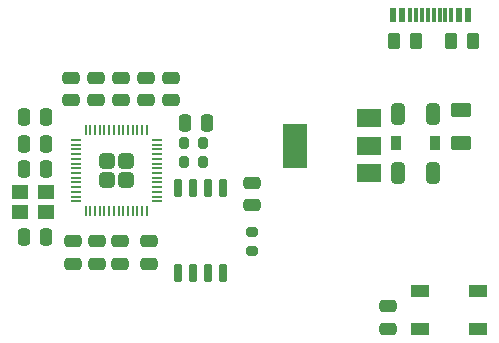
<source format=gbr>
%TF.GenerationSoftware,KiCad,Pcbnew,(6.0.7)*%
%TF.CreationDate,2022-09-06T16:20:22+10:00*%
%TF.ProjectId,SolderingInduction,536f6c64-6572-4696-9e67-496e64756374,3.0.0*%
%TF.SameCoordinates,PX7735940PY47868c0*%
%TF.FileFunction,Paste,Bot*%
%TF.FilePolarity,Positive*%
%FSLAX46Y46*%
G04 Gerber Fmt 4.6, Leading zero omitted, Abs format (unit mm)*
G04 Created by KiCad (PCBNEW (6.0.7)) date 2022-09-06 16:20:22*
%MOMM*%
%LPD*%
G01*
G04 APERTURE LIST*
G04 Aperture macros list*
%AMRoundRect*
0 Rectangle with rounded corners*
0 $1 Rounding radius*
0 $2 $3 $4 $5 $6 $7 $8 $9 X,Y pos of 4 corners*
0 Add a 4 corners polygon primitive as box body*
4,1,4,$2,$3,$4,$5,$6,$7,$8,$9,$2,$3,0*
0 Add four circle primitives for the rounded corners*
1,1,$1+$1,$2,$3*
1,1,$1+$1,$4,$5*
1,1,$1+$1,$6,$7*
1,1,$1+$1,$8,$9*
0 Add four rect primitives between the rounded corners*
20,1,$1+$1,$2,$3,$4,$5,0*
20,1,$1+$1,$4,$5,$6,$7,0*
20,1,$1+$1,$6,$7,$8,$9,0*
20,1,$1+$1,$8,$9,$2,$3,0*%
G04 Aperture macros list end*
%ADD10RoundRect,0.250000X0.475000X-0.250000X0.475000X0.250000X-0.475000X0.250000X-0.475000X-0.250000X0*%
%ADD11RoundRect,0.200000X0.200000X0.275000X-0.200000X0.275000X-0.200000X-0.275000X0.200000X-0.275000X0*%
%ADD12R,0.900000X1.200000*%
%ADD13R,2.000000X1.500000*%
%ADD14R,2.000000X3.800000*%
%ADD15RoundRect,0.150000X0.150000X-0.650000X0.150000X0.650000X-0.150000X0.650000X-0.150000X-0.650000X0*%
%ADD16RoundRect,0.250000X-0.475000X0.250000X-0.475000X-0.250000X0.475000X-0.250000X0.475000X0.250000X0*%
%ADD17R,1.500000X1.000000*%
%ADD18RoundRect,0.250000X0.250000X0.475000X-0.250000X0.475000X-0.250000X-0.475000X0.250000X-0.475000X0*%
%ADD19R,1.400000X1.200000*%
%ADD20RoundRect,0.250000X-0.250000X-0.475000X0.250000X-0.475000X0.250000X0.475000X-0.250000X0.475000X0*%
%ADD21RoundRect,0.200000X0.275000X-0.200000X0.275000X0.200000X-0.275000X0.200000X-0.275000X-0.200000X0*%
%ADD22RoundRect,0.250000X-0.325000X-0.650000X0.325000X-0.650000X0.325000X0.650000X-0.325000X0.650000X0*%
%ADD23RoundRect,0.250000X0.262500X0.450000X-0.262500X0.450000X-0.262500X-0.450000X0.262500X-0.450000X0*%
%ADD24RoundRect,0.249999X0.395001X-0.395001X0.395001X0.395001X-0.395001X0.395001X-0.395001X-0.395001X0*%
%ADD25RoundRect,0.050000X0.050000X-0.387500X0.050000X0.387500X-0.050000X0.387500X-0.050000X-0.387500X0*%
%ADD26RoundRect,0.050000X0.387500X-0.050000X0.387500X0.050000X-0.387500X0.050000X-0.387500X-0.050000X0*%
%ADD27R,0.600000X1.160000*%
%ADD28R,0.300000X1.160000*%
%ADD29RoundRect,0.250000X-0.625000X0.375000X-0.625000X-0.375000X0.625000X-0.375000X0.625000X0.375000X0*%
%ADD30RoundRect,0.250000X-0.262500X-0.450000X0.262500X-0.450000X0.262500X0.450000X-0.262500X0.450000X0*%
G04 APERTURE END LIST*
D10*
%TO.C,C7*%
X11500000Y-2950000D03*
X11500000Y-1050000D03*
%TD*%
D11*
%TO.C,R3*%
X7375000Y750000D03*
X5725000Y750000D03*
%TD*%
D12*
%TO.C,D2*%
X23730000Y2320000D03*
X27030000Y2320000D03*
%TD*%
D13*
%TO.C,U1*%
X21440000Y4420000D03*
D14*
X15140000Y2120000D03*
D13*
X21440000Y2120000D03*
X21440000Y-180000D03*
%TD*%
D11*
%TO.C,R2*%
X7375000Y2350000D03*
X5725000Y2350000D03*
%TD*%
D15*
%TO.C,U3*%
X9065001Y-8632167D03*
X7795001Y-8632167D03*
X6525001Y-8632167D03*
X5255001Y-8632167D03*
X5255001Y-1432167D03*
X6525001Y-1432167D03*
X7795001Y-1432167D03*
X9065001Y-1432167D03*
%TD*%
D16*
%TO.C,C14*%
X-1659812Y-5982082D03*
X-1659812Y-7882082D03*
%TD*%
%TO.C,C18*%
X320087Y-5982082D03*
X320087Y-7882082D03*
%TD*%
D17*
%TO.C,LED1*%
X25750000Y-13400000D03*
X25750000Y-10200000D03*
X30650000Y-10200000D03*
X30650000Y-13400000D03*
%TD*%
D10*
%TO.C,C11*%
X-1700000Y5950000D03*
X-1700000Y7850000D03*
%TD*%
%TO.C,C15*%
X-3800000Y5950000D03*
X-3800000Y7850000D03*
%TD*%
D18*
%TO.C,C6*%
X-5950000Y160000D03*
X-7850000Y160000D03*
%TD*%
D19*
%TO.C,Y1*%
X-5933823Y-3539441D03*
X-8133823Y-3539441D03*
X-8133823Y-1839441D03*
X-5933823Y-1839441D03*
%TD*%
D18*
%TO.C,C5*%
X-5950000Y-5600000D03*
X-7850000Y-5600000D03*
%TD*%
D20*
%TO.C,C9*%
X5810003Y4067833D03*
X7710003Y4067833D03*
%TD*%
D21*
%TO.C,R6*%
X11500000Y-6825000D03*
X11500000Y-5175000D03*
%TD*%
D22*
%TO.C,C3*%
X23855000Y-200000D03*
X26805000Y-200000D03*
%TD*%
%TO.C,C2*%
X23844999Y4780000D03*
X26794999Y4780000D03*
%TD*%
D23*
%TO.C,R5*%
X25372500Y10970000D03*
X23547500Y10970000D03*
%TD*%
D18*
%TO.C,C17*%
X-5942402Y4523048D03*
X-7842402Y4523048D03*
%TD*%
D10*
%TO.C,C1*%
X22990000Y-13400000D03*
X22990000Y-11500000D03*
%TD*%
D18*
%TO.C,C10*%
X-5942402Y2260306D03*
X-7842402Y2260306D03*
%TD*%
D24*
%TO.C,U4*%
X800000Y-800000D03*
X-800000Y800000D03*
X-800000Y-800000D03*
X800000Y800000D03*
D25*
X2600000Y-3437500D03*
X2200000Y-3437500D03*
X1800000Y-3437500D03*
X1400000Y-3437500D03*
X1000000Y-3437500D03*
X600000Y-3437500D03*
X200000Y-3437500D03*
X-200000Y-3437500D03*
X-600000Y-3437500D03*
X-1000000Y-3437500D03*
X-1400000Y-3437500D03*
X-1800000Y-3437500D03*
X-2200000Y-3437500D03*
X-2600000Y-3437500D03*
D26*
X-3437500Y-2600000D03*
X-3437500Y-2200000D03*
X-3437500Y-1800000D03*
X-3437500Y-1400000D03*
X-3437500Y-1000000D03*
X-3437500Y-600000D03*
X-3437500Y-200000D03*
X-3437500Y200000D03*
X-3437500Y600000D03*
X-3437500Y1000000D03*
X-3437500Y1400000D03*
X-3437500Y1800000D03*
X-3437500Y2200000D03*
X-3437500Y2600000D03*
D25*
X-2600000Y3437500D03*
X-2200000Y3437500D03*
X-1800000Y3437500D03*
X-1400000Y3437500D03*
X-1000000Y3437500D03*
X-600000Y3437500D03*
X-200000Y3437500D03*
X200000Y3437500D03*
X600000Y3437500D03*
X1000000Y3437500D03*
X1400000Y3437500D03*
X1800000Y3437500D03*
X2200000Y3437500D03*
X2600000Y3437500D03*
D26*
X3437500Y2600000D03*
X3437500Y2200000D03*
X3437500Y1800000D03*
X3437500Y1400000D03*
X3437500Y1000000D03*
X3437500Y600000D03*
X3437500Y200000D03*
X3437500Y-200000D03*
X3437500Y-600000D03*
X3437500Y-1000000D03*
X3437500Y-1400000D03*
X3437500Y-1800000D03*
X3437500Y-2200000D03*
X3437500Y-2600000D03*
%TD*%
D27*
%TO.C,J1*%
X23425000Y13190000D03*
X24225000Y13190000D03*
D28*
X24875000Y13190000D03*
X25875000Y13190000D03*
X27375000Y13190000D03*
X28375000Y13190000D03*
D27*
X29025000Y13190000D03*
X29825000Y13190000D03*
X29825000Y13190000D03*
X29025000Y13190000D03*
D28*
X27875000Y13190000D03*
X26875000Y13190000D03*
X26375000Y13190000D03*
X25375000Y13190000D03*
D27*
X24225000Y13190000D03*
X23425000Y13190000D03*
%TD*%
D29*
%TO.C,F1*%
X29190000Y5110000D03*
X29190000Y2310000D03*
%TD*%
D30*
%TO.C,R1*%
X28377500Y10970000D03*
X30202500Y10970000D03*
%TD*%
D10*
%TO.C,C12*%
X400000Y5950000D03*
X400000Y7850000D03*
%TD*%
D16*
%TO.C,C13*%
X2760003Y-5979685D03*
X2760003Y-7879685D03*
%TD*%
%TO.C,C16*%
X-3639711Y-5982082D03*
X-3639711Y-7882082D03*
%TD*%
D10*
%TO.C,C4*%
X2500000Y5950000D03*
X2500000Y7850000D03*
%TD*%
%TO.C,C8*%
X4600000Y5950000D03*
X4600000Y7850000D03*
%TD*%
M02*

</source>
